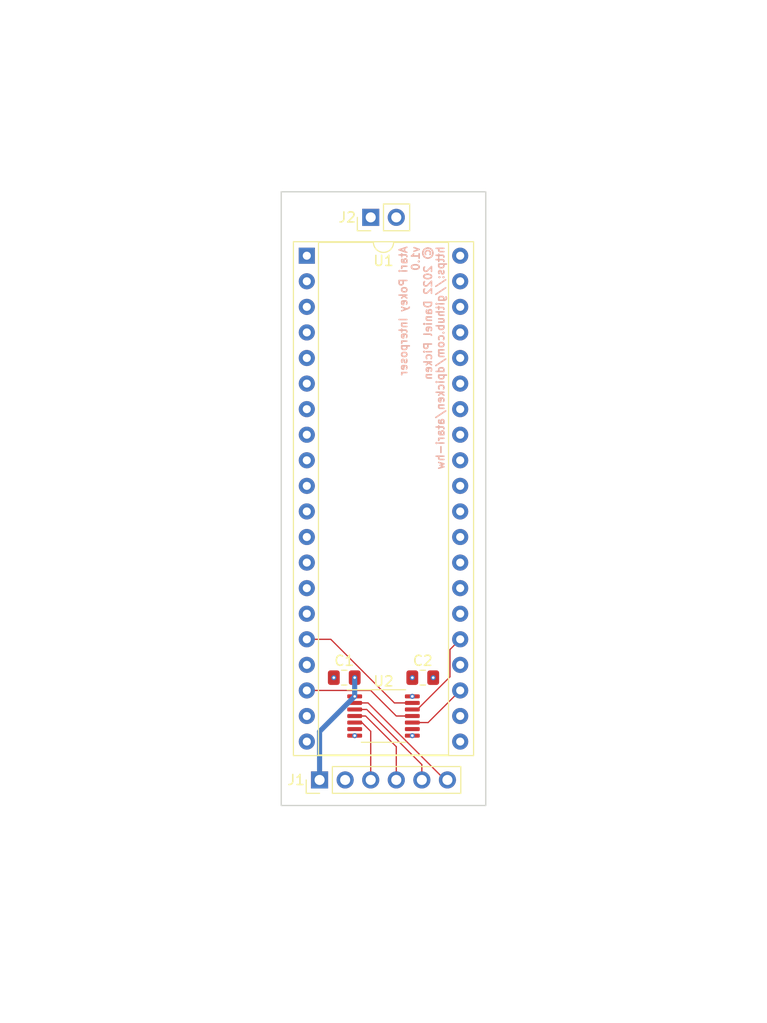
<source format=kicad_pcb>
(kicad_pcb (version 20211014) (generator pcbnew)
  (title_block (title "Atari Pokey Interposer") (date "2022-09-15") (rev "1.0"))
  (layers (0 "F.Cu" signal) (1 "In1.Cu" power) (2 "In2.Cu" power) (31 "B.Cu" signal) (34 "B.Paste" user) (35 "F.Paste" user) (36 "B.SilkS" user "B.Silkscreen") (37 "F.SilkS" user "F.Silkscreen") (38 "B.Mask" user) (39 "F.Mask" user) (44 "Edge.Cuts" user))
  (net 0 "")
  (net 1 "+3V3")
  (net 2 "GND")
  (net 3 "+5V")
  (net 4 "{slash}K0")
  (net 5 "{slash}K5")
  (net 6 "{slash}KR1")
  (net 7 "{slash}KR2")
  (net 8 "{slash}K0_3V3")
  (net 9 "{slash}K5_3V3")
  (net 10 "{slash}KR1_3V3")
  (net 11 "{slash}KR2_3V3")
  (footprint "Capacitor_SMD:C_0805_2012Metric_Pad1.18x1.45mm_HandSolder" (layer "F.Cu") (at 143.6 118.11)
    (fp_text reference "C2" (at 0 -1.68) (layer "F.SilkS"))
    (fp_text value "0.1uF")
    (fp_line (start -0.261252 -0.735) (end 0.261252 -0.735) (layer "F.SilkS") (width 0.12))
    (fp_line (start -0.261252 0.735) (end 0.261252 0.735) (layer "F.SilkS") (width 0.12))
    (pad "1" smd roundrect locked (at -1.0375 0) (size 1.175 1.45) (layers "F.Cu" "F.Paste" "F.Mask") (roundrect_rratio 0.2127659574) (net 3 "+5V"))
    (pad "2" smd roundrect locked (at 1.0375 0) (size 1.175 1.45) (layers "F.Cu" "F.Paste" "F.Mask") (roundrect_rratio 0.2127659574) (net 2 "GND"))
  )
  (footprint "Connector_PinHeader_2.54mm:PinHeader_1x06_P2.54mm_Vertical" (layer "F.Cu") (at 133.35 128.27 90)
    (fp_text reference "J1" (at 0 -2.33 180) (layer "F.SilkS"))
    (fp_text value "POKEY_INTERPOSER")
    (fp_line (start -1.33 -1.33) (end 0 -1.33) (layer "F.SilkS") (width 0.12))
    (fp_line (start -1.33 14.03) (end 1.33 14.03) (layer "F.SilkS") (width 0.12))
    (fp_line (start -1.33 0) (end -1.33 -1.33) (layer "F.SilkS") (width 0.12))
    (fp_line (start -1.33 1.27) (end 1.33 1.27) (layer "F.SilkS") (width 0.12))
    (fp_line (start 1.33 1.27) (end 1.33 14.03) (layer "F.SilkS") (width 0.12))
    (fp_line (start -1.33 1.27) (end -1.33 14.03) (layer "F.SilkS") (width 0.12))
    (pad "1" thru_hole rect locked (at 0 0 90) (size 1.7 1.7) (drill 1) (layers *.Cu *.Mask) (net 1 "+3V3"))
    (pad "2" thru_hole oval locked (at 0 2.54 90) (size 1.7 1.7) (drill 1) (layers *.Cu *.Mask) (net 2 "GND"))
    (pad "3" thru_hole oval locked (at 0 5.08 90) (size 1.7 1.7) (drill 1) (layers *.Cu *.Mask) (net 8 "{slash}K0_3V3"))
    (pad "4" thru_hole oval locked (at 0 7.62 90) (size 1.7 1.7) (drill 1) (layers *.Cu *.Mask) (net 9 "{slash}K5_3V3"))
    (pad "5" thru_hole oval locked (at 0 10.16 90) (size 1.7 1.7) (drill 1) (layers *.Cu *.Mask) (net 10 "{slash}KR1_3V3"))
    (pad "6" thru_hole oval locked (at 0 12.7 90) (size 1.7 1.7) (drill 1) (layers *.Cu *.Mask) (net 11 "{slash}KR2_3V3"))
  )
  (footprint "Connector_PinHeader_2.54mm:PinHeader_1x02_P2.54mm_Vertical" (layer "F.Cu") (at 138.43 72.39 90)
    (fp_text reference "J2" (at 0 -2.33 180) (layer "F.SilkS"))
    (fp_text value "POWER_OUT_5V")
    (fp_line (start -1.33 -1.33) (end 0 -1.33) (layer "F.SilkS") (width 0.12))
    (fp_line (start 1.33 1.27) (end 1.33 3.87) (layer "F.SilkS") (width 0.12))
    (fp_line (start -1.33 0) (end -1.33 -1.33) (layer "F.SilkS") (width 0.12))
    (fp_line (start -1.33 3.87) (end 1.33 3.87) (layer "F.SilkS") (width 0.12))
    (fp_line (start -1.33 1.27) (end -1.33 3.87) (layer "F.SilkS") (width 0.12))
    (fp_line (start -1.33 1.27) (end 1.33 1.27) (layer "F.SilkS") (width 0.12))
    (pad "1" thru_hole rect locked (at 0 0 90) (size 1.7 1.7) (drill 1) (layers *.Cu *.Mask) (net 3 "+5V"))
    (pad "2" thru_hole oval locked (at 0 2.54 90) (size 1.7 1.7) (drill 1) (layers *.Cu *.Mask) (net 2 "GND"))
  )
  (footprint "Package_SO:TSSOP-14_4.4x5mm_P0.65mm" (layer "F.Cu") (at 139.7 121.92)
    (fp_text reference "U2" (at 0 -3.45) (layer "F.SilkS"))
    (fp_text value "TXU0204")
    (fp_line (start 0 -2.61) (end -3.6 -2.61) (layer "F.SilkS") (width 0.12))
    (fp_line (start 0 2.61) (end 2.2 2.61) (layer "F.SilkS") (width 0.12))
    (fp_line (start 0 -2.61) (end 2.2 -2.61) (layer "F.SilkS") (width 0.12))
    (fp_line (start 0 2.61) (end -2.2 2.61) (layer "F.SilkS") (width 0.12))
    (pad "1" smd roundrect locked (at -2.8625 -1.95) (size 1.475 0.4) (layers "F.Cu" "F.Paste" "F.Mask") (net 1 "+3V3"))
    (pad "2" smd roundrect locked (at -2.8625 -1.3) (size 1.475 0.4) (layers "F.Cu" "F.Paste" "F.Mask") (net 11 "{slash}KR2_3V3"))
    (pad "3" smd roundrect locked (at -2.8625 -0.65) (size 1.475 0.4) (layers "F.Cu" "F.Paste" "F.Mask") (net 10 "{slash}KR1_3V3"))
    (pad "4" smd roundrect locked (at -2.8625 0) (size 1.475 0.4) (layers "F.Cu" "F.Paste" "F.Mask") (net 9 "{slash}K5_3V3"))
    (pad "5" smd roundrect locked (at -2.8625 0.65) (size 1.475 0.4) (layers "F.Cu" "F.Paste" "F.Mask") (net 8 "{slash}K0_3V3"))
    (pad "6" smd roundrect locked (at -2.8625 1.3) (size 1.475 0.4) (layers "F.Cu" "F.Paste" "F.Mask"))
    (pad "7" smd roundrect locked (at -2.8625 1.95) (size 1.475 0.4) (layers "F.Cu" "F.Paste" "F.Mask") (net 2 "GND"))
    (pad "8" smd roundrect locked (at 2.8625 1.95) (size 1.475 0.4) (layers "F.Cu" "F.Paste" "F.Mask") (net 3 "+5V"))
    (pad "9" smd roundrect locked (at 2.8625 1.3) (size 1.475 0.4) (layers "F.Cu" "F.Paste" "F.Mask"))
    (pad "10" smd roundrect locked (at 2.8625 0.65) (size 1.475 0.4) (layers "F.Cu" "F.Paste" "F.Mask") (net 4 "{slash}K0"))
    (pad "11" smd roundrect locked (at 2.8625 0) (size 1.475 0.4) (layers "F.Cu" "F.Paste" "F.Mask") (net 5 "{slash}K5"))
    (pad "12" smd roundrect locked (at 2.8625 -0.65) (size 1.475 0.4) (layers "F.Cu" "F.Paste" "F.Mask") (net 6 "{slash}KR1"))
    (pad "13" smd roundrect locked (at 2.8625 -1.3) (size 1.475 0.4) (layers "F.Cu" "F.Paste" "F.Mask") (net 7 "{slash}KR2"))
    (pad "14" smd roundrect locked (at 2.8625 -1.95) (size 1.475 0.4) (layers "F.Cu" "F.Paste" "F.Mask") (net 3 "+5V"))
  )
  (footprint "Capacitor_SMD:C_0805_2012Metric_Pad1.18x1.45mm_HandSolder" (layer "F.Cu") (at 135.8 118.11 180)
    (fp_text reference "C1" (at 0 1.68) (layer "F.SilkS"))
    (fp_text value "0.1uF")
    (fp_line (start -0.261252 0.735) (end 0.261252 0.735) (layer "F.SilkS") (width 0.12))
    (fp_line (start -0.261252 -0.735) (end 0.261252 -0.735) (layer "F.SilkS") (width 0.12))
    (pad "1" smd roundrect locked (at -1.0375 0 180) (size 1.175 1.45) (layers "F.Cu" "F.Paste" "F.Mask") (roundrect_rratio 0.2127659574) (net 1 "+3V3"))
    (pad "2" smd roundrect locked (at 1.0375 0 180) (size 1.175 1.45) (layers "F.Cu" "F.Paste" "F.Mask") (roundrect_rratio 0.2127659574) (net 2 "GND"))
  )
  (footprint "Package_DIP:DIP-40_W15.24mm_Socket" (layer "F.Cu") (at 132.08 76.2)
    (fp_text reference "U1" (at 7.62 0.508) (layer "F.SilkS"))
    (fp_text value "Atari-Pokey")
    (fp_line (start 6.62 -1.33) (end 1.16 -1.33) (layer "F.SilkS") (width 0.12))
    (fp_line (start -1.33 49.65) (end 16.57 49.65) (layer "F.SilkS") (width 0.12))
    (fp_line (start 16.57 -1.39) (end -1.33 -1.39) (layer "F.SilkS") (width 0.12))
    (fp_line (start 1.16 49.59) (end 14.08 49.59) (layer "F.SilkS") (width 0.12))
    (fp_line (start 1.16 -1.33) (end 1.16 49.59) (layer "F.SilkS") (width 0.12))
    (fp_line (start 14.08 -1.33) (end 8.62 -1.33) (layer "F.SilkS") (width 0.12))
    (fp_line (start -1.33 -1.39) (end -1.33 49.65) (layer "F.SilkS") (width 0.12))
    (fp_line (start 16.57 49.65) (end 16.57 -1.39) (layer "F.SilkS") (width 0.12))
    (fp_line (start 14.08 49.59) (end 14.08 -1.33) (layer "F.SilkS") (width 0.12))
    (fp_arc (start 8.62 -1.33) (mid 7.62 -0.33) (end 6.62 -1.33) (layer "F.SilkS") (width 0.12))
    (pad "1" thru_hole rect locked (at 0 0) (size 1.6 1.6) (drill 0.8) (layers *.Cu *.Mask) (net 2 "GND"))
    (pad "2" thru_hole oval locked (at 0 2.54) (size 1.6 1.6) (drill 0.8) (layers *.Cu *.Mask))
    (pad "3" thru_hole oval locked (at 0 5.08) (size 1.6 1.6) (drill 0.8) (layers *.Cu *.Mask))
    (pad "4" thru_hole oval locked (at 0 7.62) (size 1.6 1.6) (drill 0.8) (layers *.Cu *.Mask))
    (pad "5" thru_hole oval locked (at 0 10.16) (size 1.6 1.6) (drill 0.8) (layers *.Cu *.Mask))
    (pad "6" thru_hole oval locked (at 0 12.7) (size 1.6 1.6) (drill 0.8) (layers *.Cu *.Mask))
    (pad "7" thru_hole oval locked (at 0 15.24) (size 1.6 1.6) (drill 0.8) (layers *.Cu *.Mask))
    (pad "8" thru_hole oval locked (at 0 17.78) (size 1.6 1.6) (drill 0.8) (layers *.Cu *.Mask))
    (pad "9" thru_hole oval locked (at 0 20.32) (size 1.6 1.6) (drill 0.8) (layers *.Cu *.Mask))
    (pad "10" thru_hole oval locked (at 0 22.86) (size 1.6 1.6) (drill 0.8) (layers *.Cu *.Mask))
    (pad "11" thru_hole oval locked (at 0 25.4) (size 1.6 1.6) (drill 0.8) (layers *.Cu *.Mask))
    (pad "12" thru_hole oval locked (at 0 27.94) (size 1.6 1.6) (drill 0.8) (layers *.Cu *.Mask))
    (pad "13" thru_hole oval locked (at 0 30.48) (size 1.6 1.6) (drill 0.8) (layers *.Cu *.Mask))
    (pad "14" thru_hole oval locked (at 0 33.02) (size 1.6 1.6) (drill 0.8) (layers *.Cu *.Mask))
    (pad "15" thru_hole oval locked (at 0 35.56) (size 1.6 1.6) (drill 0.8) (layers *.Cu *.Mask))
    (pad "16" thru_hole oval locked (at 0 38.1) (size 1.6 1.6) (drill 0.8) (layers *.Cu *.Mask) (net 7 "{slash}KR2"))
    (pad "17" thru_hole oval locked (at 0 40.64) (size 1.6 1.6) (drill 0.8) (layers *.Cu *.Mask) (net 3 "+5V"))
    (pad "18" thru_hole oval locked (at 0 43.18) (size 1.6 1.6) (drill 0.8) (layers *.Cu *.Mask) (net 5 "{slash}K5"))
    (pad "19" thru_hole oval locked (at 0 45.72) (size 1.6 1.6) (drill 0.8) (layers *.Cu *.Mask))
    (pad "20" thru_hole oval locked (at 0 48.26) (size 1.6 1.6) (drill 0.8) (layers *.Cu *.Mask))
    (pad "21" thru_hole oval locked (at 15.24 48.26) (size 1.6 1.6) (drill 0.8) (layers *.Cu *.Mask))
    (pad "22" thru_hole oval locked (at 15.24 45.72) (size 1.6 1.6) (drill 0.8) (layers *.Cu *.Mask))
    (pad "23" thru_hole oval locked (at 15.24 43.18) (size 1.6 1.6) (drill 0.8) (layers *.Cu *.Mask) (net 4 "{slash}K0"))
    (pad "24" thru_hole oval locked (at 15.24 40.64) (size 1.6 1.6) (drill 0.8) (layers *.Cu *.Mask))
    (pad "25" thru_hole oval locked (at 15.24 38.1) (size 1.6 1.6) (drill 0.8) (layers *.Cu *.Mask) (net 6 "{slash}KR1"))
    (pad "26" thru_hole oval locked (at 15.24 35.56) (size 1.6 1.6) (drill 0.8) (layers *.Cu *.Mask))
    (pad "27" thru_hole oval locked (at 15.24 33.02) (size 1.6 1.6) (drill 0.8) (layers *.Cu *.Mask))
    (pad "28" thru_hole oval locked (at 15.24 30.48) (size 1.6 1.6) (drill 0.8) (layers *.Cu *.Mask))
    (pad "29" thru_hole oval locked (at 15.24 27.94) (size 1.6 1.6) (drill 0.8) (layers *.Cu *.Mask))
    (pad "30" thru_hole oval locked (at 15.24 25.4) (size 1.6 1.6) (drill 0.8) (layers *.Cu *.Mask))
    (pad "31" thru_hole oval locked (at 15.24 22.86) (size 1.6 1.6) (drill 0.8) (layers *.Cu *.Mask))
    (pad "32" thru_hole oval locked (at 15.24 20.32) (size 1.6 1.6) (drill 0.8) (layers *.Cu *.Mask))
    (pad "33" thru_hole oval locked (at 15.24 17.78) (size 1.6 1.6) (drill 0.8) (layers *.Cu *.Mask))
    (pad "34" thru_hole oval locked (at 15.24 15.24) (size 1.6 1.6) (drill 0.8) (layers *.Cu *.Mask))
    (pad "35" thru_hole oval locked (at 15.24 12.7) (size 1.6 1.6) (drill 0.8) (layers *.Cu *.Mask))
    (pad "36" thru_hole oval locked (at 15.24 10.16) (size 1.6 1.6) (drill 0.8) (layers *.Cu *.Mask))
    (pad "37" thru_hole oval locked (at 15.24 7.62) (size 1.6 1.6) (drill 0.8) (layers *.Cu *.Mask))
    (pad "38" thru_hole oval locked (at 15.24 5.08) (size 1.6 1.6) (drill 0.8) (layers *.Cu *.Mask))
    (pad "39" thru_hole oval locked (at 15.24 2.54) (size 1.6 1.6) (drill 0.8) (layers *.Cu *.Mask))
    (pad "40" thru_hole oval locked (at 15.24 0) (size 1.6 1.6) (drill 0.8) (layers *.Cu *.Mask))
  )
  (gr_rect (start 129.54 69.85) (end 149.86 130.81) (layer "Edge.Cuts") (width 0.127) (fill none))
  (gr_text "Atari Pokey Interposer\nv1.0\n© 2022 Daniel Picken\nhttps://github.com/dpicken/atari-hw" (at 143.51 75.184 -270) (layer "B.SilkS") (effects (font (size 0.762 0.762) (thickness 0.1524)) (justify left mirror)))
  (via (at 136.8375 119.97) (size 0.508) (drill 0.254) (layers "F.Cu" "B.Cu") (net 1))
  (via (at 136.8375 118.11) (size 0.508) (drill 0.254) (layers "F.Cu" "B.Cu") (net 1))
  (segment (start 136.8375 119.97) (end 133.35 123.4575) (width 0.508) (layer "B.Cu") (net 1))
  (segment (start 136.8375 119.97) (end 136.8375 118.11) (width 0.508) (layer "B.Cu") (net 1))
  (segment (start 133.35 123.4575) (end 133.35 128.27) (width 0.508) (layer "B.Cu") (net 1))
  (via (at 144.6375 118.11) (size 0.508) (drill 0.254) (layers "F.Cu" "B.Cu") (net 2))
  (via (at 136.8375 123.87) (size 0.508) (drill 0.254) (layers "F.Cu" "B.Cu") (net 2))
  (via (at 134.7625 118.11) (size 0.508) (drill 0.254) (layers "F.Cu" "B.Cu") (net 2))
  (via (at 142.5625 118.11) (size 0.508) (drill 0.254) (layers "F.Cu" "B.Cu") (net 3))
  (via (at 142.5625 123.87) (size 0.508) (drill 0.254) (layers "F.Cu" "B.Cu") (net 3))
  (via (at 142.5625 119.97) (size 0.508) (drill 0.254) (layers "F.Cu" "B.Cu") (net 3))
  (segment (start 144.13 122.57) (end 147.32 119.38) (width 0.127) (layer "F.Cu") (net 4))
  (segment (start 142.5625 122.57) (end 144.13 122.57) (width 0.127) (layer "F.Cu") (net 4))
  (segment (start 138.43 119.38) (end 132.08 119.38) (width 0.127) (layer "F.Cu") (net 5))
  (segment (start 140.97 121.92) (end 138.43 119.38) (width 0.127) (layer "F.Cu") (net 5))
  (segment (start 142.5625 121.92) (end 140.97 121.92) (width 0.127) (layer "F.Cu") (net 5))
  (segment (start 146.304 115.316) (end 147.32 114.3) (width 0.127) (layer "F.Cu") (net 6))
  (segment (start 146.304 118.02615) (end 146.304 115.316) (width 0.127) (layer "F.Cu") (net 6))
  (segment (start 142.5625 121.27) (end 143.06015 121.27) (width 0.127) (layer "F.Cu") (net 6))
  (segment (start 143.06015 121.27) (end 146.304 118.02615) (width 0.127) (layer "F.Cu") (net 6))
  (segment (start 134.462282 114.3) (end 140.782282 120.62) (width 0.127) (layer "F.Cu") (net 7))
  (segment (start 132.08 114.3) (end 134.462282 114.3) (width 0.127) (layer "F.Cu") (net 7))
  (segment (start 140.782282 120.62) (end 142.5625 120.62) (width 0.127) (layer "F.Cu") (net 7))
  (segment (start 138.43 123.444) (end 138.43 128.27) (width 0.127) (layer "F.Cu") (net 8))
  (segment (start 137.556 122.57) (end 138.43 123.444) (width 0.127) (layer "F.Cu") (net 8))
  (segment (start 136.8375 122.57) (end 137.556 122.57) (width 0.127) (layer "F.Cu") (net 8))
  (segment (start 136.8375 121.92) (end 137.922 121.92) (width 0.127) (layer "F.Cu") (net 9))
  (segment (start 137.922 121.92) (end 140.97 124.968) (width 0.127) (layer "F.Cu") (net 9))
  (segment (start 140.97 124.968) (end 140.97 128.27) (width 0.127) (layer "F.Cu") (net 9))
  (segment (start 143.51 126.746) (end 143.51 128.27) (width 0.127) (layer "F.Cu") (net 10))
  (segment (start 136.8375 121.27) (end 138.034 121.27) (width 0.127) (layer "F.Cu") (net 10))
  (segment (start 138.034 121.27) (end 143.51 126.746) (width 0.127) (layer "F.Cu") (net 10))
  (segment (start 136.8375 120.62) (end 138.16485 120.62) (width 0.127) (layer "F.Cu") (net 11))
  (segment (start 145.81485 128.27) (end 146.05 128.27) (width 0.127) (layer "F.Cu") (net 11))
  (segment (start 138.16485 120.62) (end 145.81485 128.27) (width 0.127) (layer "F.Cu") (net 11))
)
</source>
